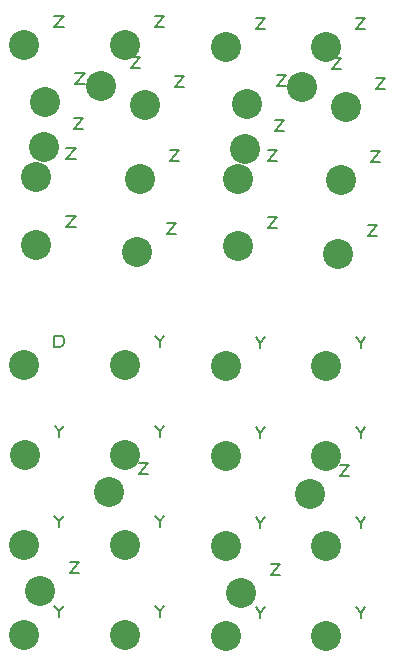
<source format=gbr>
G04 DesignSpark PCB Gerber Version 11.0 Build 5877*
G04 #@! TF.Part,Single*
G04 #@! TF.FileFunction,Drillmap*
G04 #@! TF.FilePolarity,Positive*
%FSLAX35Y35*%
%MOIN*%
%ADD22C,0.00500*%
G04 #@! TA.AperFunction,ViaPad*
%ADD21C,0.10000*%
G04 #@! TD.AperFunction*
X0Y0D02*
D02*
D21*
X12219Y63331D03*
Y93331D03*
Y153331D03*
Y259831D03*
X12250Y123331D03*
X16219Y193331D03*
Y215831D03*
X17250Y77831D03*
X18750Y225831D03*
X19219Y240831D03*
X37750Y246331D03*
X40250Y110831D03*
X45750Y63331D03*
Y93331D03*
Y123331D03*
Y153331D03*
Y259831D03*
X49750Y190831D03*
X50750Y215331D03*
X52250Y239831D03*
X79250Y62831D03*
Y92831D03*
Y152831D03*
Y259331D03*
X79281Y122831D03*
X83250Y192831D03*
Y215331D03*
X84281Y77331D03*
X85781Y225331D03*
X86250Y240331D03*
X104781Y245831D03*
X107281Y110331D03*
X112781Y62831D03*
Y92831D03*
Y122831D03*
Y152831D03*
Y259331D03*
X116781Y190331D03*
X117781Y214831D03*
X119281Y239331D03*
D02*
D22*
X23781Y69268D02*
Y71143D01*
X22219Y73018D01*
X23781Y71143D02*
X25344Y73018D01*
X23781Y99268D02*
Y101143D01*
X22219Y103018D01*
X23781Y101143D02*
X25344Y103018D01*
X22219Y159268D02*
Y163018D01*
X24094D01*
X24719Y162706D01*
X25031Y162393D01*
X25344Y161768D01*
Y160518D01*
X25031Y159893D01*
X24719Y159581D01*
X24094Y159268D01*
X22219D01*
Y269518D02*
X25344D01*
X22219Y265768D01*
X25344D01*
X23813Y129268D02*
Y131143D01*
X22250Y133018D01*
X23813Y131143D02*
X25375Y133018D01*
X26219Y203018D02*
X29344D01*
X26219Y199268D01*
X29344D01*
X26219Y225518D02*
X29344D01*
X26219Y221768D01*
X29344D01*
X27250Y87518D02*
X30375D01*
X27250Y83768D01*
X30375D01*
X28750Y235518D02*
X31875D01*
X28750Y231768D01*
X31875D01*
X29219Y250518D02*
X32344D01*
X29219Y246768D01*
X32344D01*
X47750Y256018D02*
X50875D01*
X47750Y252268D01*
X50875D01*
X50250Y120518D02*
X53375D01*
X50250Y116768D01*
X53375D01*
X57313Y69268D02*
Y71143D01*
X55750Y73018D01*
X57313Y71143D02*
X58875Y73018D01*
X57313Y99268D02*
Y101143D01*
X55750Y103018D01*
X57313Y101143D02*
X58875Y103018D01*
X57313Y129268D02*
Y131143D01*
X55750Y133018D01*
X57313Y131143D02*
X58875Y133018D01*
X57313Y159268D02*
Y161143D01*
X55750Y163018D01*
X57313Y161143D02*
X58875Y163018D01*
X55750Y269518D02*
X58875D01*
X55750Y265768D01*
X58875D01*
X59750Y200518D02*
X62875D01*
X59750Y196768D01*
X62875D01*
X60750Y225018D02*
X63875D01*
X60750Y221268D01*
X63875D01*
X62250Y249518D02*
X65375D01*
X62250Y245768D01*
X65375D01*
X90813Y68768D02*
Y70643D01*
X89250Y72518D01*
X90813Y70643D02*
X92375Y72518D01*
X90813Y98768D02*
Y100643D01*
X89250Y102518D01*
X90813Y100643D02*
X92375Y102518D01*
X90813Y158768D02*
Y160643D01*
X89250Y162518D01*
X90813Y160643D02*
X92375Y162518D01*
X89250Y269018D02*
X92375D01*
X89250Y265268D01*
X92375D01*
X90844Y128768D02*
Y130643D01*
X89281Y132518D01*
X90844Y130643D02*
X92407Y132518D01*
X93250Y202518D02*
X96375D01*
X93250Y198768D01*
X96375D01*
X93250Y225018D02*
X96375D01*
X93250Y221268D01*
X96375D01*
X94281Y87018D02*
X97407D01*
X94281Y83268D01*
X97407D01*
X95781Y235018D02*
X98907D01*
X95781Y231268D01*
X98907D01*
X96250Y250018D02*
X99375D01*
X96250Y246268D01*
X99375D01*
X114781Y255518D02*
X117907D01*
X114781Y251768D01*
X117907D01*
X117281Y120018D02*
X120407D01*
X117281Y116268D01*
X120407D01*
X124344Y68768D02*
Y70643D01*
X122781Y72518D01*
X124344Y70643D02*
X125907Y72518D01*
X124344Y98768D02*
Y100643D01*
X122781Y102518D01*
X124344Y100643D02*
X125907Y102518D01*
X124344Y128768D02*
Y130643D01*
X122781Y132518D01*
X124344Y130643D02*
X125907Y132518D01*
X124344Y158768D02*
Y160643D01*
X122781Y162518D01*
X124344Y160643D02*
X125907Y162518D01*
X122781Y269018D02*
X125907D01*
X122781Y265268D01*
X125907D01*
X126781Y200018D02*
X129907D01*
X126781Y196268D01*
X129907D01*
X127781Y224518D02*
X130907D01*
X127781Y220768D01*
X130907D01*
X129281Y249018D02*
X132407D01*
X129281Y245268D01*
X132407D01*
X0Y0D02*
M02*

</source>
